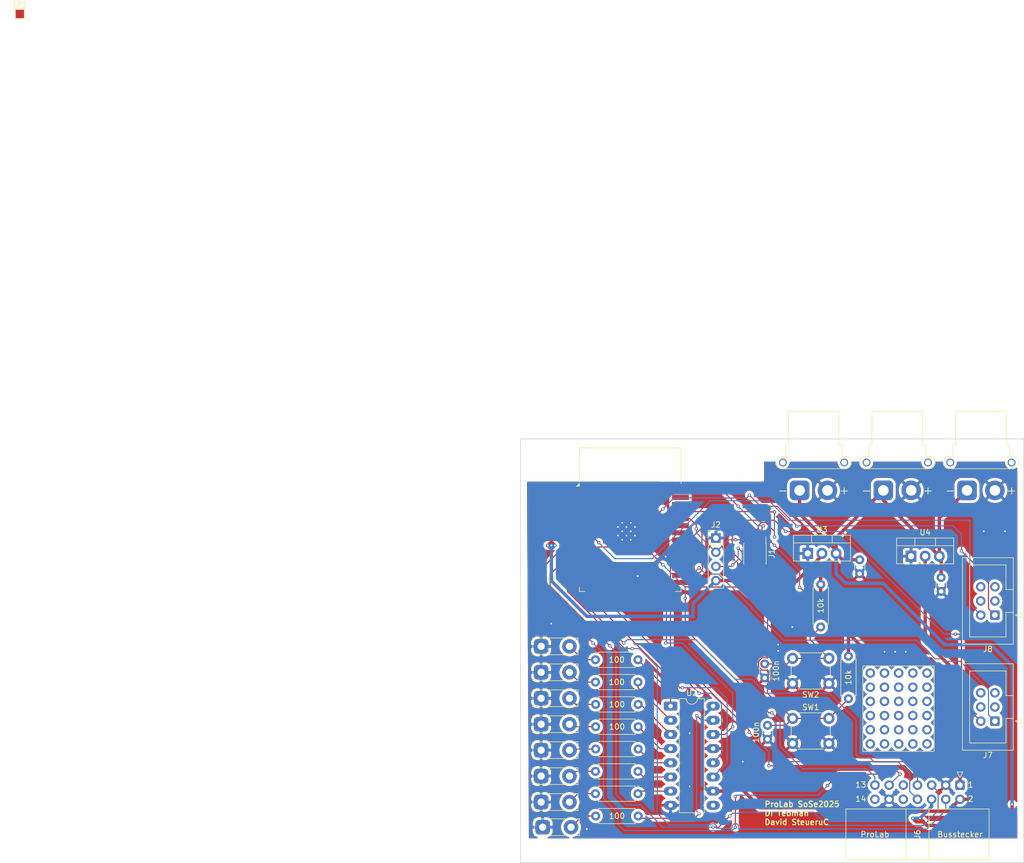
<source format=kicad_pcb>
(kicad_pcb (version 20241229) (generator "pcbnew") (generator_version "9.0")
  (layers (0 "F.Cu" signal) (2 "B.Cu" signal) (13 "F.Paste" user) (15 "B.Paste" user) (5 "F.SilkS" user "F.Silkscreen") (7 "B.SilkS" user "B.Silkscreen") (1 "F.Mask" user) (3 "B.Mask" user) (25 "Edge.Cuts" user))
  (net 0 "")
  (net 1 "Enable{slash}Reset")
  (net 2 "GND")
  (net 3 "TX_in")
  (net 4 "Boot_Mode")
  (net 5 "RX_in")
  (net 6 "7V2")
  (net 7 "3V3")
  (net 8 "5V")
  (net 11 "Lautsprecher")
  (net 14 "Bremslicht")
  (net 16 "TRIG")
  (net 17 "Servo_PWM")
  (net 18 "SER")
  (net 22 "Fernlicht")
  (net 24 "SRCLK")
  (net 25 "ECO")
  (net 29 "RCLK")
  (net 30 "Blinker_R")
  (net 31 "PWM_vor")
  (net 35 "Blinker_L")
  (net 36 "PWM_zurueck")
  (net 41 "Net-(D1-A)")
  (net 42 "Net-(D2-A)")
  (net 43 "Net-(D3-A)")
  (net 44 "Net-(D4-A)")
  (net 45 "Net-(D5-A)")
  (net 46 "Net-(D6-A)")
  (net 47 "Net-(D7-A)")
  (net 48 "Net-(D8-A)")
  (net 49 "Net-(U2-QA)")
  (net 50 "Net-(U2-QB)")
  (net 51 "Net-(U2-QC)")
  (net 52 "Net-(U2-QD)")
  (net 53 "Net-(U2-QE)")
  (net 54 "Net-(U2-QF)")
  (net 55 "Net-(U2-QG)")
  (net 56 "Net-(U2-QH)")
  (footprint "Capacitor_THT:C_Disc_D3.0mm_W1.6mm_P2.50mm" (layer "F.Cu") (at 166.37 104.755 90)
    (property "Reference" "C3" (hide yes))
    (property "Value" "100n")
  )
  (footprint "Package_DIP:DIP-16_W7.62mm_LongPads" (layer "F.Cu") (at 117.88 125.3)
    (property "Reference" "U2")
    (property "Value" "Schieberegister")
  )
  (footprint "TestPoint:TestPoint_2Pads_Pitch5.08mm_Drill1.3mm" (layer "F.Cu") (at 94.69 119.25)
    (property "Reference" "D3" (hide yes))
    (property "Value" "LED" (hide yes))
  )
  (footprint "TestPoint:TestPoint_Pad_1.5x1.5mm" (layer "F.Cu") (at 1.275 1.275)
    (property "Reference" "TP1")
    (property "Value" "TestPoint")
  )
  (footprint "Resistor_THT:R_Axial_DIN0207_L6.3mm_D2.5mm_P7.62mm_Horizontal" (layer "F.Cu") (at 112.04 117 180)
    (property "Reference" "R8" (hide yes))
    (property "Value" "100")
  )
  (footprint "Capacitor_THT:C_Disc_D3.0mm_W1.6mm_P2.50mm" (layer "F.Cu") (at 151.765 101.58 90)
    (property "Reference" "C4" (hide yes))
    (property "Value" "100n")
  )
  (footprint "Connector_IDC:IDC-Header_2x03_P2.54mm_Vertical" (layer "F.Cu") (at 176 109 180)
    (property "Reference" "J8")
    (property "Value" "Ultraschall")
  )
  (footprint "Resistor_THT:R_Axial_DIN0207_L6.3mm_D2.5mm_P7.62mm_Horizontal" (layer "F.Cu") (at 112.04 137 180)
    (property "Reference" "R13" (hide yes))
    (property "Value" "100")
  )
  (footprint "Connector_PinHeader_2.54mm:PinHeader_1x04_P2.54mm_Vertical" (layer "F.Cu") (at 126 95.19)
    (property "Reference" "J2")
    (property "Value" "Programmer_Pins")
  )
  (footprint "Button_Switch_THT:SW_PUSH_6mm_H4.3mm" (layer "F.Cu") (at 146.25 121.25 180)
    (property "Reference" "SW2")
    (property "Value" "Reset_Button")
  )
  (footprint "Platine_mit_BUS:Busstecker" (layer "F.Cu") (at 162.12 140.67)
    (property "Reference" "J6")
    (property "Value" "BUS")
    (fp_rect (start 19.05 12.7) (end -71.12 -63.25) (stroke (width 0.12)) (fill no) (layer "Edge.Cuts"))
  )
  (footprint "Package_TO_SOT_THT:TO-220-3_Vertical" (layer "F.Cu") (at 160.96 98.445)
    (property "Reference" "U4")
    (property "Value" "LD1117S50TR_SOT223")
  )
  (footprint "Connector_AMASS:AMASS_XT30PW-F_1x02_P2.50mm_Horizontal" (layer "F.Cu") (at 141 86.65)
    (property "Reference" "J5" (hide yes))
    (property "Value" "Conn_01x02" (hide yes))
  )
  (footprint "Resistor_THT:R_Axial_DIN0207_L6.3mm_D2.5mm_P7.62mm_Horizontal" (layer "F.Cu") (at 112.04 141 180)
    (property "Reference" "R14" (hide yes))
    (property "Value" "100")
  )
  (footprint "Resistor_THT:R_Axial_DIN0207_L6.3mm_D2.5mm_P7.62mm_Horizontal" (layer "F.Cu") (at 112.04 121 180)
    (property "Reference" "R9" (hide yes))
    (property "Value" "100")
  )
  (footprint "TestPoint:TestPoint_2Pads_Pitch5.08mm_Drill1.3mm" (layer "F.Cu") (at 94.69 133.2)
    (property "Reference" "D6" (hide yes))
    (property "Value" "LED" (hide yes))
  )
  (footprint "Connector_AMASS:AMASS_XT30PW-F_1x02_P2.50mm_Horizontal" (layer "F.Cu") (at 156 86.65)
    (property "Reference" "J9" (hide yes))
    (property "Value" "Conn_01x02" (hide yes))
  )
  (footprint "Button_Switch_THT:SW_PUSH_6mm_H4.3mm" (layer "F.Cu") (at 139.75 127.5)
    (property "Reference" "SW1")
    (property "Value" "Boot_Button")
  )
  (footprint "Resistor_THT:R_Axial_DIN0207_L6.3mm_D2.5mm_P7.62mm_Horizontal" (layer "F.Cu") (at 144.78 111.125 90)
    (property "Reference" "R4" (hide yes))
    (property "Value" "10k")
  )
  (footprint "Connector_PinHeader_1.27mm:PinHeader_2x03_P1.27mm_Vertical_SMD" (layer "F.Cu") (at 133 98 -90)
    (property "Reference" "J1")
    (property "Value" "ESP-Prog_Pins" (hide yes))
  )
  (footprint "Connector_IDC:IDC-Header_2x03_P2.54mm_Vertical" (layer "F.Cu") (at 176 128 180)
    (property "Reference" "J7")
    (property "Value" "Licht")
  )
  (footprint "esp32_custom:ESP32-WROOM-32_Prolab-Anpassung" (layer "F.Cu") (at 110.655 94.885)
    (property "Reference" "U5" (hide yes))
    (property "Value" "ESP32-WROOM-32E")
  )
  (footprint "Capacitor_THT:C_Disc_D3.0mm_W1.6mm_P2.50mm" (layer "F.Cu") (at 134.75 120.25 90)
    (property "Reference" "C2")
    (property "Value" "100n")
  )
  (footprint "Connector_AMASS:AMASS_XT30PW-F_1x02_P2.50mm_Horizontal" (layer "F.Cu") (at 171 86.65)
    (property "Reference" "J10" (hide yes))
    (property "Value" "Conn_01x02" (hide yes))
  )
  (footprint "Resistor_THT:R_Axial_DIN0207_L6.3mm_D2.5mm_P7.62mm_Horizontal" (layer "F.Cu") (at 112.08 145 180)
    (property "Reference" "R7" (hide yes))
    (property "Value" "100")
  )
  (footprint "TestPoint:TestPoint_2Pads_Pitch5.08mm_Drill1.3mm" (layer "F.Cu") (at 94.69 128.55)
    (property "Reference" "D5" (hide yes))
    (property "Value" "LED" (hide yes))
  )
  (footprint "Panikraster_v2:Panikraster_05x05" (layer "F.Cu") (at 153.67 132.08 90)
    (property "Reference" "REF**" (hide yes))
    (property "Value" "Panikraster_05x05")
  )
  (footprint "TestPoint:TestPoint_2Pads_Pitch5.08mm_Drill1.3mm" (layer "F.Cu") (at 94.96 147)
    (property "Reference" "D1" (hide yes))
    (property "Value" "LED" (hide yes))
  )
  (footprint "Capacitor_THT:C_Disc_D3.0mm_W1.6mm_P2.50mm" (layer "F.Cu") (at 135.25 128.75 -90)
    (property "Reference" "C5")
    (property "Value" "100n")
  )
  (footprint "TestPoint:TestPoint_2Pads_Pitch5.08mm_Drill1.3mm" (layer "F.Cu") (at 94.69 137.85)
    (property "Reference" "D7" (hide yes))
    (property "Value" "LED" (hide yes))
  )
  (footprint "Resistor_THT:R_Axial_DIN0207_L6.3mm_D2.5mm_P7.62mm_Horizontal" (layer "F.Cu") (at 112.08 125 180)
    (property "Reference" "R10" (hide yes))
    (property "Value" "100")
  )
  (footprint "Resistor_THT:R_Axial_DIN0207_L6.3mm_D2.5mm_P7.62mm_Horizontal" (layer "F.Cu") (at 149.753268 116.355538 -90)
    (property "Reference" "R5" (hide yes))
    (property "Value" "10k")
  )
  (footprint "Resistor_THT:R_Axial_DIN0207_L6.3mm_D2.5mm_P7.62mm_Horizontal" (layer "F.Cu") (at 112.08 133 180)
    (property "Reference" "R12" (hide yes))
    (property "Value" "100")
  )
  (footprint "Resistor_THT:R_Axial_DIN0207_L6.3mm_D2.5mm_P7.62mm_Horizontal" (layer "F.Cu") (at 112.08 129 180)
    (property "Reference" "R11" (hide yes))
    (property "Value" "100")
  )
  (footprint "TestPoint:TestPoint_2Pads_Pitch5.08mm_Drill1.3mm" (layer "F.Cu") (at 94.69 114.6)
    (property "Reference" "D2" (hide yes))
    (property "Value" "LED" (hide yes))
  )
  (footprint "Package_TO_SOT_THT:TO-220-3_Vertical" (layer "F.Cu") (at 142.46 97.945)
    (property "Reference" "U3")
    (property "Value" "LD1117S33TR_SOT223")
  )
  (footprint "TestPoint:TestPoint_2Pads_Pitch5.08mm_Drill1.3mm" (layer "F.Cu") (at 94.69 142.5)
    (property "Reference" "D8" (hide yes))
    (property "Value" "LED" (hide yes))
  )
  (footprint "TestPoint:TestPoint_2Pads_Pitch5.08mm_Drill1.3mm" (layer "F.Cu") (at 94.69 123.9)
    (property "Reference" "D4" (hide yes))
    (property "Value" "LED" (hide yes))
  )
  (gr_text "ProLab SoSe2025\nDi Teoman\nDavid SteueruC" (at 134.62 146.685 0) (layer "F.SilkS") (effects (font (size 1 1) (thickness 0.2) (bold yes)) (justify left bottom)))
  (segment (start 138.75 117.75) (end 134.75 117.75) (width 0.2) (layer "F.Cu") (net 1))
  (segment (start 142.875 113.03) (end 142.875 113.375) (width 0.2) (layer "F.Cu") (net 1))
  (segment (start 139.75 116.75) (end 146.25 116.75) (width 0.2) (layer "F.Cu") (net 1))
  (segment (start 134.27 93.231) (end 134.27 95.5) (width 0.2) (layer "F.Cu") (net 1))
  (segment (start 144.78 111.125) (end 142.875 113.03) (width 0.2) (layer "F.Cu") (net 1))
  (segment (start 142.875 113.375) (end 142.875 105.875) (width 0.2) (layer "F.Cu") (net 1))
  (segment (start 126.384 85.884) (end 130 89.5) (width 0.2) (layer "F.Cu") (net 1))
  (segment (start 142.875 105.875) (end 141 104) (width 0.2) (layer "F.Cu") (net 1))
  (segment (start 139.75 116.75) (end 138.75 117.75) (width 0.2) (layer "F.Cu") (net 1))
  (segment (start 112.825 89.175) (end 116.116 85.884) (width 0.2) (layer "F.Cu") (net 1))
  (segment (start 146.25 116.75) (end 142.875 113.375) (width 0.2) (layer "F.Cu") (net 1))
  (segment (start 136.5 96.5) (end 135.5 95.5) (width 0.2) (layer "F.Cu") (net 1))
  (segment (start 116.116 85.884) (end 126.384 85.884) (width 0.2) (layer "F.Cu") (net 1))
  (segment (start 135.5 95.5) (end 134.27 95.5) (width 0.2) (layer "F.Cu") (net 1))
  (segment (start 134.5 93.001) (end 134.27 93.231) (width 0.2) (layer "F.Cu") (net 1))
  (segment (start 101.655 89.175) (end 112.825 89.175) (width 0.2) (layer "F.Cu") (net 1))
  (via (at 134.5 93.001) (size 0.6) (drill 0.3) (layers "F.Cu" "B.Cu") (net 1))
  (via (at 141 104) (size 0.6) (drill 0.3) (layers "F.Cu" "B.Cu") (net 1))
  (via (at 130 89.5) (size 0.6) (drill 0.3) (layers "F.Cu" "B.Cu") (net 1))
  (via (at 136.5 96.5) (size 0.6) (drill 0.3) (layers "F.Cu" "B.Cu") (net 1))
  (segment (start 133.501 93.001) (end 134.5 93.001) (width 0.2) (layer "B.Cu") (net 1))
  (segment (start 141 101) (end 136.5 96.5) (width 0.2) (layer "B.Cu") (net 1))
  (segment (start 130 89.5) (end 133 92.5) (width 0.2) (layer "B.Cu") (net 1))
  (segment (start 141 104) (end 141 101) (width 0.2) (layer "B.Cu") (net 1))
  (segment (start 133 92.5) (end 133.501 93.001) (width 0.2) (layer "B.Cu") (net 1))
  (via (at 121.285 139.7) (size 0.6) (drill 0.3) (layers "F.Cu" "B.Cu") (net 2))
  (via (at 139.7 111.125) (size 0.6) (drill 0.3) (layers "F.Cu" "B.Cu") (net 2))
  (via (at 160.02 115.57) (size 0.6) (drill 0.3) (layers "F.Cu" "B.Cu") (net 2))
  (via (at 137.16 115.395) (size 0.6) (drill 0.3) (layers "F.Cu" "B.Cu") (net 2))
  (via (at 121.285 130.175) (size 0.6) (drill 0.3) (layers "F.Cu" "B.Cu") (net 2))
  (via (at 158.115 115.57) (size 0.6) (drill 0.3) (layers "F.Cu" "B.Cu") (net 2))
  (via (at 102.87 147.32) (size 0.6) (drill 0.3) (layers "F.Cu" "B.Cu") (net 2))
  (via (at 177.8 93.98) (size 0.6) (drill 0.3) (layers "F.Cu" "B.Cu") (net 2))
  (via (at 96.5 110.5) (size 0.6) (drill 0.3) (layers "F.Cu" "B.Cu") (net 2))
  (via (at 112 102) (size 0.6) (drill 0.3) (layers "F.Cu" "B.Cu") (net 2))
  (via (at 173.99 93.98) (size 0.6) (drill 0.3) (layers "F.Cu" "B.Cu") (net 2))
  (via (at 137.16 114.3) (size 0.6) (drill 0.3) (layers "F.Cu" "B.Cu") (net 2))
  (via (at 156.21 115.57) (size 0.6) (drill 0.3) (layers "F.Cu" "B.Cu") (net 2))
  (via (at 130.81 135.255) (size 0.6) (drill 0.3) (layers "F.Cu" "B.Cu") (net 2))
  (via (at 117 98.5) (size 0.6) (drill 0.3) (layers "F.Cu" "B.Cu") (net 2))
  (segment (start 122.5 93.5) (end 122.5 92.86) (width 0.2) (layer "F.Cu") (net 3))
  (segment (start 122.5 92.86) (end 121.355 91.715) (width 0.2) (layer "F.Cu") (net 3))
  (segment (start 121.355 91.715) (end 119.655 91.715) (width 0.2) (layer "F.Cu") (net 3))
  (segment (start 129.5 95.5) (end 131.73 95.5) (width 0.2) (layer "F.Cu") (net 3))
  (via (at 122.5 93.5) (size 0.6) (drill 0.3) (layers "F.Cu" "B.Cu") (net 3))
  (via (at 129.5 95.5) (size 0.6) (drill 0.3) (layers "F.Cu" "B.Cu") (net 3))
  (segment (start 128.23 95.5) (end 129.5 95.5) (width 0.2) (layer "B.Cu") (net 3))
  (segment (start 126 97.73) (end 122.5 94.23) (width 0.2) (layer "B.Cu") (net 3))
  (segment (start 126 97.73) (end 128.23 95.5) (width 0.2) (layer "B.Cu") (net 3))
  (segment (start 122.5 94.23) (end 122.5 93.5) (width 0.2) (layer "B.Cu") (net 3))
  (segment (start 124.5 92.5) (end 129 92.5) (width 0.2) (layer "F.Cu") (net 4))
  (segment (start 128.899 95.251057) (end 128.899 95.748943) (width 0.2) (layer "F.Cu") (net 4))
  (segment (start 135.255 123.005) (end 135.255 121.30205) (width 0.2) (layer "F.Cu") (net 4))
  (segment (start 138.5 128.75) (end 139.75 127.5) (width 0.2) (layer "F.Cu") (net 4))
  (segment (start 135.255 118.80205) (end 135.20605 118.851) (width 0.2) (layer "F.Cu") (net 4))
  (segment (start 149.753268 123.996732) (end 149.753268 123.975538) (width 0.2) (layer "F.Cu") (net 4))
  (segment (start 139.75 127.5) (end 146.25 127.5) (width 0.2) (layer "F.Cu") (net 4))
  (segment (start 119.655 103.145) (end 121.355 103.145) (width 0.2) (layer "F.Cu") (net 4))
  (segment (start 135.20605 116.649) (end 135.255 116.69795) (width 0.2) (layer "F.Cu") (net 4))
  (segment (start 135.255 119.19795) (end 135.255 118.80205) (width 0.2) (layer "F.Cu") (net 4))
  (segment (start 123.5 100.150057) (end 123.5 93.917043) (width 0.2) (layer "F.Cu") (net 4))
  (segment (start 129 95.849943) (end 129 97.77) (width 0.2) (layer "F.Cu") (net 4))
  (segment (start 135.255 107.95) (end 132.681 105.376) (width 0.2) (layer "F.Cu") (net 4))
  (segment (start 135.255 121.30205) (end 135.851 120.70605) (width 0.2) (layer "F.Cu") (net 4))
  (segment (start 135.851 120.70605) (end 135.851 119.79395) (width 0.2) (layer "F.Cu") (net 4))
  (segment (start 129 97.77) (end 131.73 100.5) (width 0.2) (layer "F.Cu") (net 4))
  (segment (start 124 93) (end 124.5 92.5) (width 0.2) (layer "F.Cu") (net 4))
  (segment (start 123.601 100.748943) (end 123.601 100.251057) (width 0.2) (layer "F.Cu") (net 4))
  (segment (start 129 92.5) (end 129 95.150057) (width 0.2) (layer "F.Cu") (net 4))
  (segment (start 130.416058 103.961) (end 120.471 103.961) (width 0.2) (layer "F.Cu") (net 4))
  (segment (start 132.681 105.376) (end 131.831058 105.376) (width 0.2) (layer "F.Cu") (net 4))
  (segment (start 135.255 116.69795) (end 135.255 107.95) (width 0.2) (layer "F.Cu") (net 4))
  (segment (start 146.25 127.5) (end 149.753268 123.996732) (width 0.2) (layer "F.Cu") (net 4))
  (segment (start 133.649 118.20605) (end 133.649 117.29395) (width 0.2) (layer "F.Cu") (net 4))
  (segment (start 135.851 119.79395) (end 135.255 119.19795) (width 0.2) (layer "F.Cu") (net 4))
  (segment (start 123.5 100.849943) (end 123.601 100.748943) (width 0.2) (layer "F.Cu") (net 4))
  (segment (start 135.25 128.75) (end 138.5 128.75) (width 0.2) (layer "F.Cu") (net 4))
  (segment (start 131.831058 105.376) (end 130.416058 103.961) (width 0.2) (layer "F.Cu") (net 4))
  (segment (start 123.5 101) (end 123.5 100.849943) (width 0.2) (layer "F.Cu") (net 4))
  (segment (start 134.29395 116.649) (end 135.20605 116.649) (width 0.2) (layer "F.Cu") (net 4))
  (segment (start 128.899 95.748943) (end 129 95.849943) (width 0.2) (layer "F.Cu") (net 4))
  (segment (start 121.355 103.145) (end 123.5 101) (width 0.2) (layer "F.Cu") (net 4))
  (segment (start 139.75 127.5) (end 135.255 123.005) (width 0.2) (layer "F.Cu") (net 4))
  (segment (start 123.601 100.251057) (end 123.5 100.150057) (width 0.2) (layer "F.Cu") (net 4))
  (segment (start 133.649 117.29395) (end 134.29395 116.649) (width 0.2) (layer "F.Cu") (net 4))
  (segment (start 135.20605 118.851) (end 134.29395 118.851) (width 0.2) (layer "F.Cu") (net 4))
  (segment (start 123.5 93.917043) (end 124 93.417043) (width 0.2) (layer "F.Cu") (net 4))
  (segment (start 134.29395 118.851) (end 133.649 118.20605) (width 0.2) (layer "F.Cu") (net 4))
  (segment (start 120.471 103.961) (end 119.655 103.145) (width 0.2) (layer "F.Cu") (net 4))
  (segment (start 124 93.417043) (end 124 93) (width 0.2) (layer "F.Cu") (net 4))
  (segment (start 129 95.150057) (end 128.899 95.251057) (width 0.2) (layer "F.Cu") (net 4))
  (segment (start 128.73 100.27) (end 129 100) (width 0.2) (layer "F.Cu") (net 5))
  (segment (start 136.5 95) (end 136.5 94) (width 0.2) (layer "F.Cu") (net 5))
  (segment (start 136.5 90.5) (end 135 90.5) (width 0.2) (layer "F.Cu") (net 5))
  (segment (start 134.901 92.401) (end 134.159 92.401) (width 0.2) (layer "F.Cu") (net 5))
  (segment (start 134.945 90.445) (end 119.655 90.445) (width 0.2) (layer "F.Cu") (net 5))
  (segment (start 133.601 92.959) (end 133.601 93.447943) (width 0.2) (layer "F.Cu") (net 5))
  (segment (start 130 97) (end 130.551 97.551) (width 0.2) (layer "F.Cu") (net 5))
  (segment (start 130.551 97.551) (end 132.449 97.551) (width 0.2) (layer "F.Cu") (net 5))
  (segment (start 133 93.8) (end 133 95.5) (width 0.2) (layer "F.Cu") (net 5))
  (segment (start 133.601 93.447943) (end 133.248943 93.8) (width 0.2) (layer "F.Cu") (net 5))
  (segment (start 126 100.27) (end 128.73 100.27) (width 0.2) (layer "F.Cu") (net 5))
  (segment (start 135 90.5) (end 134.945 90.445) (width 0.2) (layer "F.Cu") (net 5))
  (segment (start 133.248943 93.8) (end 133 93.8) (width 0.2) (layer "F.Cu") (net 5))
  (segment (start 133 97) (end 133 95.5) (width 0.2) (layer "F.Cu") (net 5))
  (segment (start 134.159 92.401) (end 133.601 92.959) (width 0.2) (layer "F.Cu") (net 5))
  (segment (start 132.449 97.551) (end 133 97) (width 0.2) (layer "F.Cu") (net 5))
  (segment (start 136.5 94) (end 134.901 92.401) (width 0.2) (layer "F.Cu") (net 5))
  (via (at 129 100) (size 0.6) (drill 0.3) (layers "F.Cu" "B.Cu") (net 5))
  (via (at 136.5 95) (size 0.6) (drill 0.3) (layers "F.Cu" "B.Cu") (net 5))
  (via (at 136.5 90.5) (size 0.6) (drill 0.3) (layers "F.Cu" "B.Cu") (net 5))
  (via (at 130 97) (size 0.6) (drill 0.3) (layers "F.Cu" "B.Cu") (net 5))
  (segment (start 130 99) (end 130 97) (width 0.2) (layer "B.Cu") (net 5))
  (segment (start 136.5 90.5) (end 136.5 95) (width 0.2) (layer "B.Cu") (net 5))
  (segment (start 129 100) (end 130 99) (width 0.2) (layer "B.Cu") (net 5))
  (segment (start 166.04 91.61) (end 171 86.65) (width 0.6) (layer "F.Cu") (net 6))
  (segment (start 163.83 146.685) (end 176.53 146.685) (width 0.6) (layer "F.Cu") (net 6))
  (segment (start 163.195 146.05) (end 163.83 146.685) (width 0.6) (layer "F.Cu") (net 6))
  (segment (start 148.675 99.08) (end 147.54 97.945) (width 0.6) (layer "F.Cu") (net 6))
  (segment (start 166.37 98.775) (end 166.04 98.445) (width 0.6) (layer "F.Cu") (net 6))
  (segment (start 163.195 146.05) (end 161.925 146.05) (width 0.6) (layer "F.Cu") (net 6))
  (segment (start 141 90.835) (end 147.54 97.375) (width 0.6) (layer "F.Cu") (net 6))
  (segment (start 163.195 146.05) (end 162.56 145.415) (width 0.6) (layer "F.Cu") (net 6))
  (segment (start 151.765 99.08) (end 148.675 99.08) (width 0.6) (layer "F.Cu") (net 6))
  (segment (start 161.925 146.05) (end 161.29 145.415) (width 0.6) (layer "F.Cu") (net 6))
  (segment (start 179.07 144.145) (end 179.07 142.875) (width 0.6) (layer "F.Cu") (net 6))
  (segment (start 176.53 146.685) (end 179.07 144.145) (width 0.6) (layer "F.Cu") (net 6))
  (segment (start 147.54 97.945) (end 147.54 95.11) (width 0.6) (layer "F.Cu") (net 6))
  (segment (start 147.54 97.375) (end 147.54 97.945) (width 0.6) (layer "F.Cu") (net 6))
  (segment (start 166.37 102.255) (end 166.37 98.775) (width 0.6) (layer "F.Cu") (net 6))
  (segment (start 156 88.405) (end 166.04 98.445) (width 0.6) (layer "F.Cu") (net 6))
  (segment (start 141 86.65) (end 141 90.835) (width 0.6) (layer "F.Cu") (net 6))
  (segment (start 166.04 98.445) (end 166.04 91.61) (width 0.6) (layer "F.Cu") (net 6))
  (segment (start 147.54 95.11) (end 156 86.65) (width 0.6) (layer "F.Cu") (net 6))
  (segment (start 156 86.65) (end 156 88.405) (width 0.6) (layer "F.Cu") (net 6))
  (via (at 161.29 145.415) (size 0.6) (drill 0.3) (layers "F.Cu" "B.Cu") (net 6))
  (via (at 162.56 145.415) (size 0.6) (drill 0.3) (layers "F.Cu" "B.Cu") (net 6))
  (via (at 179.07 142.875) (size 0.6) (drill 0.3) (layers "F.Cu" "B.Cu") (net 6))
  (segment (start 164.66 143.315) (end 162.56 145.415) (width 0.6) (layer "B.Cu") (net 6))
  (segment (start 149.225 103.285) (end 155.99 103.285) (width 0.6) (layer "B.Cu") (net 6))
  (segment (start 164.66 142) (end 164.66 143.315) (width 0.6) (layer "B.Cu") (net 6))
  (segment (start 167.005 114.3) (end 175.26 114.3) (width 0.6) (layer "B.Cu") (net 6))
  (segment (start 161.29 145.415) (end 162.56 145.415) (width 0.6) (layer "B.Cu") (net 6))
  (segment (start 175.26 114.3) (end 179.07 118.11) (width 0.6) (layer "B.Cu") (net 6))
  (segment (start 155.99 103.285) (end 167.005 114.3) (width 0.6) (layer "B.Cu") (net 6))
  (segment (start 179.07 118.11) (end 179.07 142.875) (width 0.6) (layer "B.Cu") (net 6))
  (segment (start 147.54 101.6) (end 149.225 103.285) (width 0.6) (layer "B.Cu") (net 6))
  (segment (start 147.54 97.945) (end 147.54 101.6) (width 0.6) (layer "B.Cu") (net 6))
  (segment (start 96.52 96.52) (end 97.155 96.52) (width 0.6) (layer "F.Cu") (net 7))
  (segment (start 145.415 109.22) (end 144.78 108.585) (width 0.6) (layer "F.Cu") (net 7))
  (segment (start 145 98.3595) (end 145 97.945) (width 0.6) (layer "F.Cu") (net 7))
  (segment (start 134.27 103.855) (end 134.62 103.505) (width 0.6) (layer "F.Cu") (net 7))
  (segment (start 169.74 137.355) (end 169.74 139.46) (width 0.6) (layer "F.Cu") (net 7))
  (segment (start 101.655 87.905) (end 99.42 87.905) (width 0.6) (layer "F.Cu") (net 7))
  (segment (start 144.78 108.585) (end 144.78 103.505) (width 0.6) (layer "F.Cu") (net 7))
  (segment (start 167.64 120.015) (end 167.64 135.255) (width 0.6) (layer "F.Cu") (net 7))
  (segment (start 149.225 111.76) (end 154.305 116.84) (width 0.6) (layer "F.Cu") (net 7))
  (segment (start 95.885 96.52) (end 96.52 95.885) (width 0.6) (layer "F.Cu") (net 7))
  (segment (start 134.27 103.855) (end 134.27 100.5) (width 0.6) (layer "F.Cu") (net 7))
  (segment (start 149.225 111.76) (end 146.685 109.22) (width 0.6) (layer "F.Cu") (net 7))
  (segment (start 149.753268 116.355538) (end 149.753268 112.288268) (width 0.6) (layer "F.Cu") (net 7))
  (segment (start 144.78 103.505) (end 144.78 102.235) (width 0.6) (layer "F.Cu") (net 7))
  (segment (start 130.115 102.81) (end 132.08 104.775) (width 0.6) (layer "F.Cu") (net 7))
  (segment (start 164.465 116.84) (end 167.64 120.015) (width 0.6) (layer "F.Cu") (net 7))
  (segment (start 134.62 103.505) (end 139.8545 103.505) (width 0.6) (layer "F.Cu") (net 7))
  (segment (start 149.753268 112.288268) (end 149.225 111.76) (width 0.6) (layer "F.Cu") (net 7))
  (segment (start 95.885 96.52) (end 96.52 96.52) (width 0.6) (layer "F.Cu") (net 7))
  (segment (start 96.52 95.885) (end 96.52 96.52) (width 0.6) (layer "F.Cu") (net 7))
  (segment (start 142.95225 100.40725) (end 145 98.3595) (width 0.6) (layer "F.Cu") (net 7))
  (segment (start 167.64 135.255) (end 169.74 137.355) (width 0.6) (layer "F.Cu") (net 7))
  (segment (start 96.52 90.805) (end 96.52 95.885) (width 0.6) (layer "F.Cu") (net 7))
  (segment (start 99.42 87.905) (end 96.52 90.805) (width 0.6) (layer "F.Cu") (net 7))
  (segment (start 154.305 116.84) (end 164.465 116.84) (width 0.6) (layer "F.Cu") (net 7))
  (segment (start 146.685 109.22) (end 145.415 109.22) (width 0.6) (layer "F.Cu") (net 7))
  (segment (start 132.08 104.775) (end 133.35 104.775) (width 0.6) (layer "F.Cu") (net 7))
  (segment (start 144.78 102.235) (end 142.95225 100.40725) (width 0.6) (layer "F.Cu") (net 7))
  (segment (start 139.8545 103.505) (end 142.95225 100.40725) (width 0.6) (layer "F.Cu") (net 7))
  (segment (start 133.35 104.775) (end 134.27 103.855) (width 0.6) (layer "F.Cu") (net 7))
  (segment (start 126 102.81) (end 130.115 102.81) (width 0.6) (layer "F.Cu") (net 7))
  (segment (start 97.155 96.52) (end 96.52 95.885) (width 0.6) (layer "F.Cu") (net 7))
  (via (at 96.52 96.52) (size 0.6) (drill 0.3) (layers "F.Cu" "B.Cu") (net 7))
  (via (at 97.155 96.52) (size 0.6) (drill 0.3) (layers "F.Cu" "B.Cu") (net 7))
  (via (at 95.885 96.52) (size 0.6) (drill 0.3) (layers "F.Cu" "B.Cu") (net 7))
  (segment (start 95.885 96.52) (end 96.52 96.52) (width 0.6) (layer "B.Cu") (net 7))
  (segment (start 96.52 102.87) (end 102.87 109.22) (width 0.6) (layer "B.Cu") (net 7))
  (segment (start 96.52 96.52) (end 97.155 96.52) (width 0.6) (layer "B.Cu") (net 7))
  (segment (start 95.885 96.52) (end 96.52 97.155) (width 0.6) (layer "B.Cu") (net 7))
  (segment (start 96.52 97.155) (end 96.52 102.87) (width 0.6) (layer "B.Cu") (net 7))
  (segment (start 97.155 96.52) (end 96.52 97.155) (width 0.6) (layer "B.Cu") (net 7))
  (segment (start 121.92 109.22) (end 121.92 106.89) (width 0.6) (layer "B.Cu") (net 7))
  (segment (start 102.87 109.22) (end 121.92 109.22) (width 0.6) (layer "B.Cu") (net 7))
  (segment (start 96.52 96.52) (end 96.52 97.155) (width 0.6) (layer "B.Cu") (net 7))
  (segment (start 121.92 106.89) (end 126 102.81) (width 0.6) (layer "B.Cu") (net 7))
  (segment (start 173.99 140.97) (end 172.96 142) (width 0.6) (layer "F.Cu") (net 8))
  (segment (start 168.5875 118.7525) (end 163.5 113.665) (width 0.6) (layer "F.Cu") (net 8))
  (segment (start 151.765 143.51) (end 133.985 143.51) (width 0.6) (layer "F.Cu") (net 8))
  (segment (start 169.8525 135.5725) (end 171.7675 135.5725) (width 0.6) (layer "F.Cu") (net 8))
  (segment (start 169.74 142) (end 167.595 144.145) (width 0.6) (layer "F.Cu") (net 8))
  (segment (start 171.7675 135.5725) (end 173.99 137.795) (width 0.6) (layer "F.Cu") (net 8))
  (segment (start 127.6165 140.0175) (end 127.094 140.54) (width 0.6) (layer "F.Cu") (net 8))
  (segment (start 163.5 98.445) (end 163.5 113.665) (width 0.6) (layer "F.Cu") (net 8))
  (segment (start 173.99 137.795) (end 173.99 140.97) (width 0.6) (layer "F.Cu") (net 8))
  (segment (start 152.4 144.145) (end 151.765 143.51) (width 0.6) (layer "F.Cu") (net 8))
  (segment (start 172.96 142) (end 169.74 142) (width 0.6) (layer "F.Cu") (net 8))
  (segment (start 167.595 144.145) (end 152.4 144.145) (width 0.6) (layer "F.Cu") (net 8))
  (segment (start 127.094 140.54) (end 125.5 140.54) (width 0.6) (layer "F.Cu") (net 8))
  (segment (start 130.4925 140.0175) (end 127.6165 140.0175) (width 0.6) (layer "F.Cu") (net 8))
  (segment (start 168.5875 134.3075) (end 168.5875 118.7525) (width 0.6) (layer "F.Cu") (net 8))
  (segment (start 168.5875 134.3075) (end 169.8525 135.5725) (width 0.6) (layer "F.Cu") (net 8))
  (segment (start 133.985 143.51) (end 130.4925 140.0175) (width 0.6) (layer "F.Cu") (net 8))
  (segment (start 125.5 140.54) (end 124.665 140.54) (width 0.6) (layer "B.Cu") (net 8))
  (segment (start 123.560494 139.435494) (end 123.560494 127.239506) (width 0.6) (layer "B.Cu") (net 8))
  (segment (start 123.560494 127.239506) (end 125.5 125.3) (width 0.6) (layer "B.Cu") (net 8))
  (segment (start 124.665 140.54) (end 123.560494 139.435494) (width 0.6) (layer "B.Cu") (net 8))
  (segment (start 100.373 100.605) (end 99.854 101.124) (width 0.2) (layer "F.Cu") (net 11))
  (segment (start 101.655 100.605) (end 100.373 100.605) (width 0.2) (layer "F.Cu") (net 11))
  (segment (start 99.854 101.124) (end 99.854 104.354) (width 0.2) (layer "F.Cu") (net 11))
  (segment (start 99.854 104.354) (end 109.5 114) (width 0.2) (layer "F.Cu") (net 11))
  (via (at 109.5 114) (size 0.6) (drill 0.3) (layers "F.Cu" "B.Cu") (net 11))
  (segment (start 122.42195 113.399) (end 110.101 113.399) (width 0.2) (layer "B.Cu") (net 11))
  (segment (start 151.13 133.985) (end 151.13 127.780058) (width 0.2) (layer "B.Cu") (net 11))
  (segment (start 153.67 134.62) (end 151.765 134.62) (width 0.2) (layer "B.Cu") (net 11))
  (segment (start 151.13 127.780058) (end 146.349943 123) (width 0.2) (layer "B.Cu") (net 11))
  (segment (start 160.731 137.381057) (end 158.677471 135.327529) (width 0.2) (layer "B.Cu") (net 11))
  (segment (start 151.765 134.62) (end 151.13 133.985) (width 0.2) (layer "B.Cu") (net 11))
  (segment (start 129.52295 120.5) (end 122.42195 113.399) (width 0.2) (layer "B.Cu") (net 11))
  (segment (start 160.731 140.611) (end 160.731 137.381057) (width 0.2) (layer "B.Cu") (net 11))
  (segment (start 154.377529 135.327529) (end 153.67 134.62) (width 0.2) (layer "B.Cu") (net 11))
  (segment (start 162.12 142) (end 160.731 140.611) (width 0.2) (layer "B.Cu") (net 11))
  (segment (start 132.5 120.5) (end 129.52295 120.5) (width 0.2) (layer "B.Cu") (net 11))
  (segment (start 158.677471 135.327529) (end 154.377529 135.327529) (width 0.2) (layer "B.Cu") (net 11))
  (segment (start 110.101 113.399) (end 109.5 114) (width 0.2) (layer "B.Cu") (net 11))
  (segment (start 146.349943 123) (end 135 123) (width 0.2) (layer "B.Cu") (net 11))
  (segment (start 135 123) (end 132.5 120.5) (width 0.2) (layer "B.Cu") (net 11))
  (segment (start 173.46 128) (end 170 124.54) (width 0.2) (layer "F.Cu") (net 14))
  (segment (start 170 112.85) (end 169.545 112.395) (width 0.2) (layer "F.Cu") (net 14))
  (segment (start 123.599 92.8339) (end 124.4329 92) (width 0.2) (layer "F.Cu") (net 14))
  (segment (start 170 124.54) (end 170 112.85) (width 0.2) (layer "F.Cu") (net 14))
  (segment (start 119.655 95.525) (end 121.324943 95.525) (width 0.2) (layer "F.Cu") (net 14))
  (segment (start 121.324943 95.525) (end 123.599 93.250943) (width 0.2) (layer "F.Cu") (net 14))
  (segment (start 124.4329 92) (end 136.5 92) (width 0.2) (layer "F.Cu") (net 14))
  (segment (start 169.545 112.395) (end 168.91 112.395) (width 0.2) (layer "F.Cu") (net 14))
  (segment (start 136.5 92) (end 138.5 94) (width 0.2) (layer "F.Cu") (net 14))
  (segment (start 123.599 93.250943) (end 123.599 92.8339) (width 0.2) (layer "F.Cu") (net 14))
  (via (at 138.5 94) (size 0.6) (drill 0.3) (layers "F.Cu" "B.Cu") (net 14))
  (via (at 168.91 112.395) (size 0.6) (drill 0.3) (layers "F.Cu" "B.Cu") (net 14))
  (segment (start 148.5 94) (end 166.6325 112.1325) (width 0.2) (layer "B.Cu") (net 14))
  (segment (start 138.5 94) (end 148.5 94) (width 0.2) (layer "B.Cu") (net 14))
  (segment (start 166.895 112.395) (end 166.6325 112.1325) (width 0.2) (layer "B.Cu") (net 14))
  (segment (start 168.91 112.395) (end 166.895 112.395) (width 0.2) (layer "B.Cu") (net 14))
  (segment (start 103.255 94.255) (end 105 96) (width 0.2) (layer "F.Cu") (net 16))
  (segment (start 101.655 94.255) (end 103.255 94.255) (width 0.2) (layer "F.Cu") (net 16))
  (via (at 105 96) (size 0.6) (drill 0.3) (layers "F.Cu" "B.Cu") (net 16))
  (segment (start 125 88.5) (end 135.5 88.5) (width 0.2) (layer "B.Cu") (net 16))
  (segment (start 139 92) (end 171.5 92) (width 0.2) (layer "B.Cu") (net 16))
  (segment (start 107.881 98.881) (end 114.619 98.881) (width 0.2) (layer "B.Cu") (net 16))
  (segment (start 135.5 88.5) (end 139 92) (width 0.2) (layer "B.Cu") (net 16))
  (segment (start 171.5 92) (end 171.5 107.04) (width 0.2) (layer "B.Cu") (net 16))
  (segment (start 114.619 98.881) (end 125 88.5) (width 0.2) (layer "B.Cu") (net 16))
  (segment (start 171.5 107.04) (end 173.46 109) (width 0.2) (layer "B.Cu") (net 16))
  (segment (start 105 96) (end 107.881 98.881) (width 0.2) (layer "B.Cu") (net 16))
  (segment (start 162.12 139.46) (end 162.12 137.355) (width 0.2) (layer "F.Cu") (net 17))
  (segment (start 118.373 96.795) (end 117.854 97.314) (width 0.2) (layer "F.Cu") (net 17))
  (segment (start 132 129.646) (end 132 130) (width 0.2) (layer "F.Cu") (net 17))
  (segment (start 162.12 137.355) (end 160.02 135.255) (width 0.2) (layer "F.Cu") (net 17))
  (segment (start 160.02 135.255) (end 138.902049 135.255) (width 0.2) (layer "F.Cu") (net 17))
  (segment (start 117.854 97.314) (end 117.854 115.5) (width 0.2) (layer "F.Cu") (net 17))
  (segment (start 119.655 96.795) (end 118.373 96.795) (width 0.2) (layer "F.Cu") (net 17))
  (segment (start 117.854 115.5) (end 132 129.646) (width 0.2) (layer "F.Cu") (net 17))
  (segment (start 138.902049 135.255) (end 138.157049 136) (width 0.2) (layer "F.Cu") (net 17))
  (segment (start 138.157049 136) (end 135.5 136) (width 0.2) (layer "F.Cu") (net 17))
  (via (at 132 130) (size 0.6) (drill 0.3) (layers "F.Cu" "B.Cu") (net 17))
  (via (at 135.5 136) (size 0.6) (drill 0.3) (layers "F.Cu" "B.Cu") (net 17))
  (segment (start 135.5 133.5) (end 135.5 136) (width 0.2) (layer "B.Cu") (net 17))
  (segment (start 132 130) (end 135.5 133.5) (width 0.2) (layer "B.Cu") (net 17))
  (segment (start 117.126 103.084) (end 117.126 113.874) (width 0.2) (layer "F.Cu") (net 18))
  (segment (start 103.456 101.356) (end 103.456 100.5) (width 0.2) (layer "F.Cu") (net 18))
  (segment (start 129 129) (end 127.62 130.38) (width 0.2) (layer "F.Cu") (net 18))
  (segment (start 127.62 130.38) (end 125.5 130.38) (width 0.2) (layer "F.Cu") (net 18))
  (segment (start 102.174 101.356) (end 103.456 101.356) (width 0.2) (layer "F.Cu") (net 18))
  (segment (start 116.042 101.542) (end 116.042 102) (width 0.2) (layer "F.Cu") (net 18))
  (segment (start 115 100.5) (end 116.042 101.542) (width 0.2) (layer "F.Cu") (net 18))
  (segment (start 116.042 102) (end 117.126 103.084) (width 0.2) (layer "F.Cu") (net 18))
  (segment (start 101.655 101.875) (end 102.174 101.356) (width 0.2) (layer "F.Cu") (net 18))
  (segment (start 103.456 100.5) (end 115 100.5) (width 0.2) (layer "F.Cu") (net 18))
  (segment (start 117.126 113.874) (end 117 114) (width 0.2) (layer "F.Cu") (net 18))
  (via (at 129 129) (size 0.6) (drill 0.3) (layers "F.Cu" "B.Cu") (net 18))
  (via (at 117 114) (size 0.6) (drill 0.3) (layers "F.Cu" "B.Cu") (net 18))
  (segment (start 117 114) (end 120 114) (width 0.2) (layer "B.Cu") (net 18))
  (segment (start 120 114) (end 129 123) (width 0.2) (layer "B.Cu") (net 18))
  (segment (start 129 123) (end 129 129) (width 0.2) (layer "B.Cu") (net 18))
  (segment (start 121.625 101.875) (end 123 100.5) (width 0.2) (layer "F.Cu") (net 22))
  (segment (start 119.655 101.875) (end 121.625 101.875) (width 0.2) (layer "F.Cu") (net 22))
  (via (at 123 100.5) (size 0.6) (drill 0.3) (layers "F.Cu" "B.Cu") (net 22))
  (segment (start 169.76 117.26) (end 174.849 122.349) (width 0.2) (layer "B.Cu") (net 22))
  (segment (start 126.47676 101.659) (end 132.399 107.58124) (width 0.2) (layer "B.Cu") (net 22))
  (segment (start 132.399 107.58124) (end 132.399 107.748943) (width 0.2) (layer "B.Cu") (net 22))
  (segment (start 166.79 117.26) (end 169.76 117.26) (width 0.2) (layer "B.Cu") (net 22))
  (segment (start 165.265 116.84) (end 166.37 116.84) (width 0.2) (layer "B.Cu") (net 22))
  (segment (start 132.399 107.748943) (end 138.150057 113.5) (width 0.2) (layer "B.Cu") (net 22))
  (segment (start 174.849 126.849) (end 176 128) (width 0.2) (layer "B.Cu") (net 22))
  (segment (start 166.37 116.84) (end 166.79 117.26) (width 0.2) (layer "B.Cu") (net 22))
  (segment (start 138.150057 113.5) (end 161.925 113.5) (width 0.2) (layer "B.Cu") (net 22))
  (segment (start 123 100.5) (end 124.159 101.659) (width 0.2) (layer "B.Cu") (net 22))
  (segment (start 174.849 122.349) (end 174.849 126.849) (width 0.2) (layer "B.Cu") (net 22))
  (segment (start 124.159 101.659) (end 126.47676 101.659) (width 0.2) (layer "B.Cu") (net 22))
  (segment (start 161.925 113.5) (end 165.265 116.84) (width 0.2) (layer "B.Cu") (net 22))
  (segment (start 101.655 104.147) (end 119.508 122) (width 0.2) (layer "F.Cu") (net 24))
  (segment (start 101.655 103.145) (end 101.655 104.147) (width 0.2) (layer "F.Cu") (net 24))
  (segment (start 119.508 122) (end 120 122) (width 0.2) (layer "F.Cu") (net 24))
  (via (at 120 122) (size 0.6) (drill 0.3) (layers "F.Cu" "B.Cu") (net 24))
  (segment (start 126 122) (end 128 124) (width 0.2) (layer "B.Cu") (net 24))
  (segment (start 120 122) (end 126 122) (width 0.2) (layer "B.Cu") (net 24))
  (segment (start 128 135.5) (end 125.5 138) (width 0.2) (layer "B.Cu") (net 24))
  (segment (start 128 124) (end 128 135.5) (width 0.2) (layer "B.Cu") (net 24))
  (segment (start 170 97.5) (end 174.849 102.349) (width 0.2) (layer "F.Cu") (net 25))
  (segment (start 101.655 92.985) (end 103.515 92.985) (width 0.2) (layer "F.Cu") (net 25))
  (segment (start 140.5 93) (end 140.5 93.1) (width 0.2) (layer "F.Cu") (net 25))
  (segment (start 116 90.5) (end 116.5 90) (width 0.2) (layer "F.Cu") (net 25))
  (segment (start 174.849 107.849) (end 176 109) (width 0.2) (layer "F.Cu") (net 25))
  (segment (start 106 90.5) (end 116 90.5) (width 0.2) (layer "F.Cu") (net 25))
  (segment (start 174.849 102.349) (end 174.849 107.849) (width 0.2) (layer "F.Cu") (net 25))
  (segment (start 134 89.5) (end 137 89.5) (width 0.2) (layer "F.Cu") (net 25))
  (segment (start 103.515 92.985) (end 106 90.5) (width 0.2) (layer "F.Cu") (net 25))
  (segment (start 137 89.5) (end 140.5 93) (width 0.2) (layer "F.Cu") (net 25))
  (segment (start 132 87.5) (end 134 89.5) (width 0.2) (layer "F.Cu") (net 25))
  (via (at 170 97.5) (size 0.6) (drill 0.3) (layers "F.Cu" "B.Cu") (net 25))
  (via (at 116.5 90) (size 0.6) (drill 0.3) (layers "F.Cu" "B.Cu") (net 25))
  (via (at 140.5 93.1) (size 0.6) (drill 0.3) (layers "F.Cu" "B.Cu") (net 25))
  (via (at 132 87.5) (size 0.6) (drill 0.3) (layers "F.Cu" "B.Cu") (net 25))
  (segment (start 168.5 93) (end 170 94.5) (width 0.2) (layer "B.Cu") (net 25))
  (segment (start 170 94.5) (end 170 97.5) (width 0.2) (layer "B.Cu") (net 25))
  (segment (start 140.6 93) (end 168.5 93) (width 0.2) (layer "B.Cu") (net 25))
  (segment (start 140.5 93.1) (end 140.6 93) (width 0.2) (layer "B.Cu") (net 25))
  (segment (start 118.5 88) (end 131.5 88) (width 0.2) (layer "B.Cu") (net 25))
  (segment (start 131.5 88) (end 132 87.5) (width 0.2) (layer "B.Cu") (net 25))
  (segment (start 116.5 90) (end 118.5 88) (width 0.2) (layer "B.Cu") (net 25))
  (segment (start 106.215 106.215) (end 123 123) (width 0.2) (layer "F.Cu") (net 29))
  (segment (start 106.215 104.885) (end 106.215 106.215) (width 0.2) (layer "F.Cu") (net 29))
  (via (at 123 123) (size 0.6) (drill 0.3) (layers "F.Cu" "B.Cu") (net 29))
  (segment (start 125.157049 123) (end 127.001 124.843951) (width 0.2) (layer "B.Cu") (net 29))
  (segment (start 127.001 133.959) (end 125.5 135.46) (width 0.2) (layer "B.Cu") (net 29))
  (segment (start 127.001 124.843951) (end 127.001 133.959) (width 0.2) (layer "B.Cu") (net 29))
  (segment (start 123 123) (end 125.157049 123) (width 0.2) (layer "B.Cu") (net 29))
  (segment (start 100.373 99.335) (end 99.453 100.255) (width 0.2) (layer "F.Cu") (net 30))
  (segment (start 99.453 104.802943) (end 109.650057 115) (width 0.2) (layer "F.Cu") (net 30))
  (segment (start 101.655 99.335) (end 100.373 99.335) (width 0.2) (layer "F.Cu") (net 30))
  (segment (start 109.650057 115) (end 111 115) (width 0.2) (layer "F.Cu") (net 30))
  (segment (start 99.453 100.255) (end 99.453 104.802943) (width 0.2) (layer "F.Cu") (net 30))
  (via (at 111 115) (size 0.6) (drill 0.3) (layers "F.Cu" "B.Cu") (net 30))
  (segment (start 115.5 144.5) (end 117.599 146.599) (width 0.2) (layer "B.Cu") (net 30))
  (segment (start 126.101 146.751057) (end 126.101 147.2) (width 0.2) (layer "B.Cu") (net 30))
  (segment (start 128.899 147.0339) (end 128.899 146.751057) (width 0.2) (layer "B.Cu") (net 30))
  (segment (start 128.7329 147.2) (end 128.899 147.0339) (width 0.2) (layer "B.Cu") (net 30))
  (segment (start 130.101 146.751057) (end 130.101 147.248943) (width 0.2) (layer "B.Cu") (net 30))
  (segment (start 112.242 115) (end 115.5 118.258) (width 0.2) (layer "B.Cu") (net 30))
  (segment (start 126.101 147.2) (end 128.7329 147.2) (width 0.2) (layer "B.Cu") (net 30))
  (segment (start 130.029943 147.32) (end 163.83 147.32) (width 0.2) (layer "B.Cu") (net 30))
  (segment (start 125.251057 146.399) (end 125.748943 146.399) (width 0.2) (layer "B.Cu") (net 30))
  (segment (start 130.101 147.248943) (end 130.029943 147.32) (width 0.2) (layer "B.Cu") (net 30))
  (segment (start 125.051057 146.599) (end 125.251057 146.399) (width 0.2) (layer "B.Cu") (net 30))
  (segment (start 117.599 146.599) (end 125.051057 146.599) (width 0.2) (layer "B.Cu") (net 30))
  (segment (start 125.748943 146.399) (end 126.101 146.751057) (width 0.2) (layer "B.Cu") (net 30))
  (segment (start 115.5 118.258) (end 115.5 144.5) (width 0.2) (layer "B.Cu") (net 30))
  (segment (start 111 115) (end 112.242 115) (width 0.2) (layer "B.Cu") (net 30))
  (segment (start 163.83 147.32) (end 167.2 143.95) (width 0.2) (layer "B.Cu") (net 30))
  (segment (start 128.899 146.751057) (end 129.251057 146.399) (width 0.2) (layer "B.Cu") (net 30))
  (segment (start 129.251057 146.399) (end 129.748943 146.399) (width 0.2) (layer "B.Cu") (net 30))
  (segment (start 167.2 143.95) (end 167.2 142) (width 0.2) (layer "B.Cu") (net 30))
  (segment (start 129.748943 146.399) (end 130.101 146.751057) (width 0.2) (layer "B.Cu") (net 30))
  (segment (start 120.5 111.5) (end 135.5 126.5) (width 0.2) (layer "F.Cu") (net 31))
  (segment (start 120.5 106) (end 120.5 111.5) (width 0.2) (layer "F.Cu") (net 31))
  (segment (start 113.295 96.795) (end 116.5 100) (width 0.2) (layer "F.Cu") (net 31))
  (segment (start 101.655 96.795) (end 113.295 96.795) (width 0.2) (layer "F.Cu") (net 31))
  (segment (start 135.5 126.5) (end 136 126.5) (width 0.2) (layer "F.Cu") (net 31))
  (via (at 136 126.5) (size 0.6) (drill 0.3) (layers "F.Cu" "B.Cu") (net 31))
  (via (at 116.5 100) (size 0.6) (drill 0.3) (layers "F.Cu" "B.Cu") (net 31))
  (via (at 120.5 106) (size 0.6) (drill 0.3) (layers "F.Cu" "B.Cu") (net 31))
  (segment (start 153 136.5) (end 141.5 136.5) (width 0.2) (layer "B.Cu") (net 31))
  (segment (start 137.5 128) (end 136 126.5) (width 0.2) (layer "B.Cu") (net 31))
  (segment (start 154.5 139.46) (end 154.5 138) (width 0.2) (layer "B.Cu") (net 31))
  (segment (start 137.5 132.5) (end 137.5 128) (width 0.2) (layer "B.Cu") (net 31))
  (segment (start 116.5 100) (end 120.5 104) (width 0.2) (layer "B.Cu") (net 31))
  (segment (start 154.5 138) (end 153 136.5) (width 0.2) (layer "B.Cu") (net 31))
  (segment (start 141.5 136.5) (end 137.5 132.5) (width 0.2) (layer "B.Cu") (net 31))
  (segment (start 120.5 104) (end 120.5 106) (width 0.2) (layer "B.Cu") (net 31))
  (segment (start 96.291 103.791) (end 107 114.5) (width 0.2) (layer "F.Cu") (net 35))
  (segment (start 101.655 98.065) (end 99.955 98.065) (width 0.2) (layer "F.Cu") (net 35))
  (segment (start 99.955 98.065) (end 96.291 101.729) (width 0.2) (layer "F.Cu") (net 35))
  (segment (start 96.291 101.729) (end 96.291 103.791) (width 0.2) (layer "F.Cu") (net 35))
  (segment (start 126.5 147) (end 128.5 145) (width 0.2) (layer "F.Cu") (net 35))
  (segment (start 125.5 147) (end 126.5 147) (width 0.2) (layer "F.Cu") (net 35))
  (via (at 128.5 145) (size 0.6) (drill 0.3) (layers "F.Cu" "B.Cu") (net 35))
  (via (at 107 114.5) (size 0.6) (drill 0.3) (layers "F.Cu" "B.Cu") (net 35))
  (via (at 125.5 147) (size 0.6) (drill 0.3) (layers "F.Cu" "B.Cu") (net 35))
  (segment (start 130.189 144.48324) (end 130.189 144.5) (width 0.2) (layer "B.Cu") (net 35))
  (segment (start 108.101 141.11805) (end 109.98295 143) (width 0.2) (layer "B.Cu") (net 35))
  (segment (start 130.189 144.5) (end 129 144.5) (width 0.2) (layer "B.Cu") (net 35))
  (segment (start 112.5 143) (end 116 146.5) (width 0.2) (layer "B.Cu") (net 35))
  (segment (start 107 114.5) (end 108.101 115.601) (width 0.2) (layer "B.Cu") (net 35))
  (segment (start 145.87388 146.685) (end 143.51 144.32112) (width 0.2) (layer "B.Cu") (net 35))
  (segment (start 165.811 144.069) (end 163.195 146.685) (width 0.2) (layer "B.Cu") (net 35))
  (segment (start 116 146.5) (end 116.5 147) (width 0.2) (layer "B.Cu") (net 35))
  (segment (start 108.101 115.601) (end 108.101 141.11805) (width 0.2) (layer "B.Cu") (net 35))
  (segment (start 129 144.5) (end 128.5 145) (width 0.2) (layer "B.Cu") (net 35))
  (segment (start 116.5 147) (end 125.5 147) (width 0.2) (layer "B.Cu") (net 35))
  (segment (start 164.66 139.46) (end 165.811 140.611) (width 0.2) (layer "B.Cu") (net 35))
  (segment (start 165.811 140.611) (end 165.811 144.069) (width 0.2) (layer "B.Cu") (net 35))
  (segment (start 109.98295 143) (end 110 143) (width 0.2) (layer "B.Cu") (net 35))
  (segment (start 130.35112 144.32112) (end 130.189 144.48324) (width 0.2) (layer "B.Cu") (net 35))
  (segment (start 143.51 144.32112) (end 130.35112 144.32112) (width 0.2) (layer "B.Cu") (net 35))
  (segment (start 110 143) (end 112.5 143) (width 0.2) (layer "B.Cu") (net 35))
  (segment (start 163.195 146.685) (end 145.87388 146.685) (width 0.2) (layer "B.Cu") (net 35))
  (segment (start 101.655 95.525) (end 99.955 95.525) (width 0.2) (layer "F.Cu") (net 36))
  (segment (start 99.955 95.525) (end 95 100.48) (width 0.2) (layer "F.Cu") (net 36))
  (segment (start 156 137) (end 158.5 137) (width 0.2) (layer "F.Cu") (net 36))
  (segment (start 148.04776 137.5) (end 155.5 137.5) (width 0.2) (layer "F.Cu") (net 36))
  (segment (start 95 105) (end 104 114) (width 0.2) (layer "F.Cu") (net 36))
  (segment (start 155.5 137.5) (end 156 137) (width 0.2) (layer "F.Cu") (net 36))
  (segment (start 158.5 137) (end 159 137.5) (width 0.2) (layer "F.Cu") (net 36))
  (segment (start 95 100.48) (end 95 105) (width 0.2) (layer "F.Cu") (net 36))
  (segment (start 146 139.54776) (end 148.04776 137.5) (width 0.2) (layer "F.Cu") (net 36))
  (segment (start 129.5 147) (end 129.5 141.5) (width 0.2) (layer "F.Cu") (net 36))
  (via (at 129.5 147) (size 0.6) (drill 0.3) (layers "F.Cu" "B.Cu") (net 36))
  (via (at 129.5 141.5) (size 0.6) (drill 0.3) (layers "F.Cu" "B.Cu") (net 36))
  (via (at 104 114) (size 0.6) (drill 0.3) (layers "F.Cu" "B.Cu") (net 36))
  (via (at 146 139.54776) (size 0.6) (drill 0.3) (layers "F.Cu" "B.Cu") (net 36))
  (via (at 159 137.5) (size 0.6) (drill 0.3) (layers "F.Cu" "B.Cu") (net 36))
  (segment (start 129.731 141.269) (end 129.5 141.5) (width 0.2) (layer "B.Cu") (net 36))
  (segment (start 105.859 115.859) (end 105.859 141.859) (width 0.2) (layer "B.Cu") (net 36))
  (segment (start 108.479 146.479) (end 109.601 147.601) (width 0.2) (layer "B.Cu") (net 36))
  (segment (start 159 137.5) (end 157.04 139.46) (width 0.2) (layer "B.Cu") (net 36))
  (segment (start 108.479 144.479) (end 108.479 146.479) (width 0.2) (layer "B.Cu") (net 36))
  (segment (start 109.601 147.601) (end 128.899 147.601) (width 0.2) (layer "B.Cu") (net 36))
  (segment (start 105.859 141.859) (end 108.479 144.479) (width 0.2) (layer "B.Cu") (net 36))
  (segment (start 144.27876 141.269) (end 129.731 141.269) (width 0.2) (layer "B.Cu") (net 36))
  (segment (start 146 139.54776) (end 144.27876 141.269) (width 0.2) (layer "B.Cu") (net 36))
  (segment (start 128.899 147.601) (end 129.5 147) (width 0.2) (layer "B.Cu") (net 36))
  (segment (start 104 114) (end 105.859 115.859) (width 0.2) (layer "B.Cu") (net 36))
  (segment (start 104.58 145) (end 102.04 145) (width 0.2) (layer "F.Cu") (net 41))
  (segment (start 102.04 145) (end 100.04 147) (width 0.2) (layer "F.Cu") (net 41))
  (segment (start 102.17 117) (end 99.77 114.6) (width 0.2) (layer "F.Cu") (net 42))
  (segment (start 104.54 117) (end 102.17 117) (width 0.2) (layer "F.Cu") (net 42))
  (segment (start 101.52 121) (end 99.77 119.25) (width 0.2) (layer "F.Cu") (net 43))
  (segment (start 104.54 121) (end 101.52 121) (width 0.2) (layer "F.Cu") (net 43))
  (segment (start 104.58 125) (end 100.87 125) (width 0.2) (layer "F.Cu") (net 44))
  (segment (start 100.87 125) (end 99.77 123.9) (width 0.2) (layer "F.Cu") (net 44))
  (segment (start 104.58 129) (end 100.22 129) (width 0.2) (layer "F.Cu") (net 45))
  (segment (start 100.22 129) (end 99.77 128.55) (width 0.2) (layer "F.Cu") (net 45))
  (segment (start 99.97 133) (end 99.77 133.2) (width 0.2) (layer "F.Cu") (net 46))
  (segment (start 104.58 133) (end 99.97 133) (width 0.2) (layer "F.Cu") (net 46))
  (segment (start 104.54 137) (end 100.62 137) (width 0.2) (layer "F.Cu") (net 47))
  (segment (start 100.62 137) (end 99.77 137.85) (width 0.2) (layer "F.Cu") (net 47))
  (segment (start 101.27 141) (end 99.77 142.5) (width 0.2) (layer "F.Cu") (net 48))
  (segment (start 104.54 141) (end 101.27 141) (width 0.2) (layer "F.Cu") (net 48))
  (segment (start 123.395 127.84) (end 125.5 127.84) (width 0.2) (layer "F.Cu") (net 49))
  (segment (start 112.481 145.401) (end 112.08 145) (width 0.2) (layer "F.Cu") (net 49))
  (segment (start 123 144.5671) (end 122.1661 145.401) (width 0.2) (layer "F.Cu") (net 49))
  (segment (start 122.555 127) (end 123.395 127.84) (width 0.2) (layer "F.Cu") (net 49))
  (segment (start 122.1661 145.401) (end 112.481 145.401) (width 0.2) (layer "F.Cu") (net 49))
  (via (at 123 144.5671) (size 0.6) (drill 0.3) (layers "F.Cu" "B.Cu") (net 49))
  (via (at 122.555 127) (size 0.6) (drill 0.3) (layers "F.Cu" "B.Cu") (net 49))
  (segment (start 122.555 127) (end 122.555 144.1221) (width 0.2) (layer "B.Cu") (net 49))
  (segment (start 122.555 144.1221) (end 123 144.5671) (width 0.2) (layer "B.Cu") (net 49))
  (segment (start 112.04 117) (end 117.88 122.84) (width 0.2) (layer "F.Cu") (net 50))
  (segment (start 117.88 122.84) (end 117.88 125.3) (width 0.2) (layer "F.Cu") (net 50))
  (segment (start 112.04 122) (end 112.04 121) (width 0.2) (layer "F.Cu") (net 51))
  (segment (start 117.88 127.84) (end 112.04 122) (width 0.2) (layer "F.Cu") (net 51))
  (segment (start 112.5 125) (end 112.08 125) (width 0.2) (layer "F.Cu") (net 52))
  (segment (start 117.88 130.38) (end 112.5 125) (width 0.2) (layer "F.Cu") (net 52))
  (segment (start 116 132.92) (end 112.08 129) (width 0.2) (layer "F.Cu") (net 53))
  (segment (start 117.88 132.92) (end 116 132.92) (width 0.2) (layer "F.Cu") (net 53))
  (segment (start 114.54 135.46) (end 112.08 133) (width 0.2) (layer "F.Cu") (net 54))
  (segment (start 117.88 135.46) (end 114.54 135.46) (width 0.2) (layer "F.Cu") (net 54))
  (segment (start 113.04 138) (end 112.04 137) (width 0.2) (layer "F.Cu") (net 55))
  (segment (start 117.88 138) (end 113.04 138) (width 0.2) (layer "F.Cu") (net 55))
  (segment (start 117.88 140.54) (end 112.5 140.54) (width 0.2) (layer "F.Cu") (net 56))
  (segment (start 112.5 140.54) (end 112.04 141) (width 0.2) (layer "F.Cu") (net 56))
  (zone (net 2) (net_name "GND") (layers "F.Cu" "B.Cu") (connect_pads (clearance 0.5)) (min_thickness 0.25) (fill yes (thermal_gap 0.5) (thermal_bridge_width 0.5))
    (polygon (pts (xy 92.137097 81.5) (xy 92.5 149) (xy 180 149) (xy 180 81.5)))
  )
)
</source>
